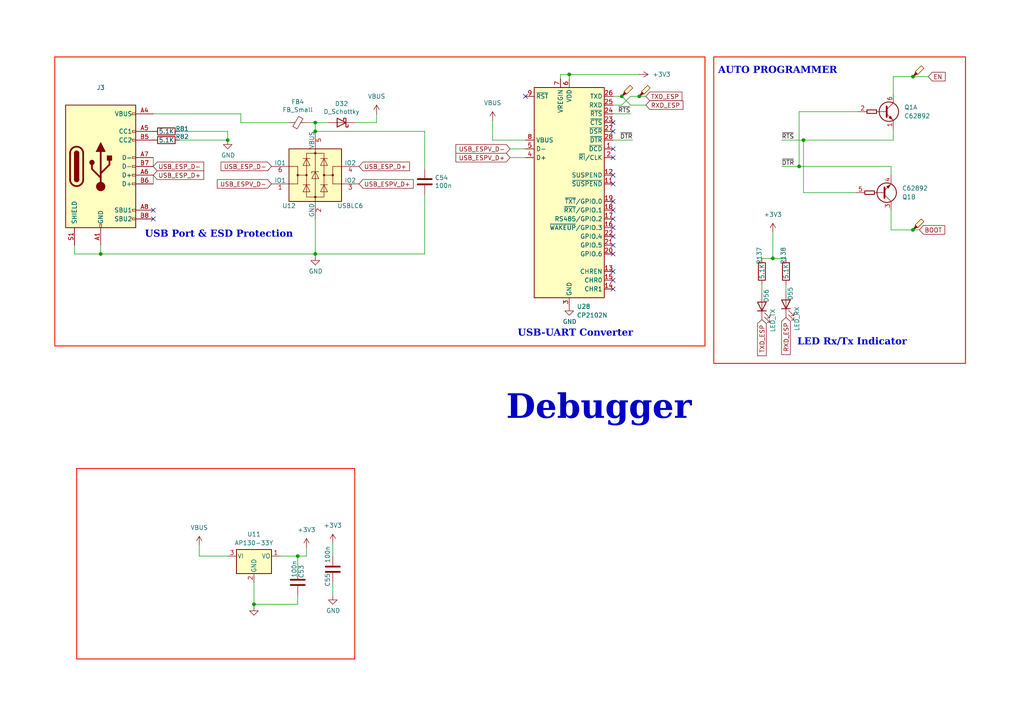
<source format=kicad_sch>
(kicad_sch (version 20231120) (generator "eeschema") (generator_version "8.0")
  (paper "A4")
  (lib_symbols
    (symbol "Connector:TestPoint_Probe" (pin_numbers hide) (pin_names (offset 0.762) hide)
      (property "Reference" "TP" (at 1.651 5.842 0))
      (property "Value" "TestPoint_Probe" (at 1.651 4.064 0))
      (symbol "TestPoint_Probe_0_1"
        (polyline (pts (xy 1.27 0.762) (xy 0 0) (xy 0.762 1.27) (xy 1.27 0.762)) (fill (type outline)))
        (polyline (pts (xy 1.397 0.635) (xy 0.635 1.397) (xy 2.413 3.175) (xy 3.175 2.413) (xy 1.397 0.635)) (fill (type background)))
      )
      (symbol "TestPoint_Probe_1_1"
        (pin passive line (at 0 0 90) (length 0) (name "1") (number "1"))
      )
    )
    (symbol "Connector:USB_C_Receptacle_USB2.0_16P" (pin_names (offset 1.016))
      (property "Reference" "J" (at 0 22.225 0))
      (property "Value" "USB_C_Receptacle_USB2.0_16P" (at 0 19.685 0))
      (symbol "USB_C_Receptacle_USB2.0_16P_0_0"
        (rectangle (start -0.254 -17.78) (end 0.254 -16.764))
        (rectangle (start 10.16 -14.986) (end 9.144 -15.494))
        (rectangle (start 10.16 -12.446) (end 9.144 -12.954))
        (rectangle (start 10.16 -4.826) (end 9.144 -5.334))
        (rectangle (start 10.16 -2.286) (end 9.144 -2.794))
        (rectangle (start 10.16 0.254) (end 9.144 -0.254))
        (rectangle (start 10.16 2.794) (end 9.144 2.286))
        (rectangle (start 10.16 7.874) (end 9.144 7.366))
        (rectangle (start 10.16 10.414) (end 9.144 9.906))
        (rectangle (start 10.16 15.494) (end 9.144 14.986))
      )
      (symbol "USB_C_Receptacle_USB2.0_16P_0_1"
        (rectangle (start -10.16 17.78) (end 10.16 -17.78) (stroke (width 0.254)) (fill (type background)))
        (arc (start -8.89 -3.81) (mid -6.985 -5.7067) (end -5.08 -3.81) (stroke (width 0.508)))
        (arc (start -7.62 -3.81) (mid -6.985 -4.4423) (end -6.35 -3.81) (stroke (width 0.254)))
        (arc (start -7.62 -3.81) (mid -6.985 -4.4423) (end -6.35 -3.81) (stroke (width 0.254)) (fill (type outline)))
        (rectangle (start -7.62 -3.81) (end -6.35 3.81) (stroke (width 0.254)) (fill (type outline)))
        (arc (start -6.35 3.81) (mid -6.985 4.4423) (end -7.62 3.81) (stroke (width 0.254)))
        (arc (start -6.35 3.81) (mid -6.985 4.4423) (end -7.62 3.81) (stroke (width 0.254)) (fill (type outline)))
        (arc (start -5.08 3.81) (mid -6.985 5.7067) (end -8.89 3.81) (stroke (width 0.508)))
        (circle (center -2.54 1.143) (radius 0.635) (stroke (width 0.254)) (fill (type outline)))
        (circle (center 0 -5.842) (radius 1.27) (fill (type outline)))
        (polyline (pts (xy -8.89 -3.81) (xy -8.89 3.81)) (stroke (width 0.508)))
        (polyline (pts (xy -5.08 3.81) (xy -5.08 -3.81)) (stroke (width 0.508)))
        (polyline (pts (xy 0 -5.842) (xy 0 4.318)) (stroke (width 0.508)))
        (polyline (pts (xy 0 -3.302) (xy -2.54 -0.762) (xy -2.54 0.508)) (stroke (width 0.508)))
        (polyline (pts (xy 0 -2.032) (xy 2.54 0.508) (xy 2.54 1.778)) (stroke (width 0.508)))
        (polyline (pts (xy -1.27 4.318) (xy 0 6.858) (xy 1.27 4.318) (xy -1.27 4.318)) (stroke (width 0.254)) (fill (type outline)))
        (rectangle (start 1.905 1.778) (end 3.175 3.048) (stroke (width 0.254)) (fill (type outline)))
      )
      (symbol "USB_C_Receptacle_USB2.0_16P_1_1"
        (pin passive line (at 0 -22.86 90) (length 5.08) (name "GND") (number "A1"))
        (pin passive line (at 0 -22.86 90) (length 5.08) hide (name "GND") (number "A12"))
        (pin passive line (at 15.24 15.24 180) (length 5.08) (name "VBUS") (number "A4"))
        (pin bidirectional line (at 15.24 10.16 180) (length 5.08) (name "CC1") (number "A5"))
        (pin bidirectional line (at 15.24 -2.54 180) (length 5.08) (name "D+") (number "A6"))
        (pin bidirectional line (at 15.24 2.54 180) (length 5.08) (name "D-") (number "A7"))
        (pin bidirectional line (at 15.24 -12.7 180) (length 5.08) (name "SBU1") (number "A8"))
        (pin passive line (at 15.24 15.24 180) (length 5.08) hide (name "VBUS") (number "A9"))
        (pin passive line (at 0 -22.86 90) (length 5.08) hide (name "GND") (number "B1"))
        (pin passive line (at 0 -22.86 90) (length 5.08) hide (name "GND") (number "B12"))
        (pin passive line (at 15.24 15.24 180) (length 5.08) hide (name "VBUS") (number "B4"))
        (pin bidirectional line (at 15.24 7.62 180) (length 5.08) (name "CC2") (number "B5"))
        (pin bidirectional line (at 15.24 -5.08 180) (length 5.08) (name "D+") (number "B6"))
        (pin bidirectional line (at 15.24 0 180) (length 5.08) (name "D-") (number "B7"))
        (pin bidirectional line (at 15.24 -15.24 180) (length 5.08) (name "SBU2") (number "B8"))
        (pin passive line (at 15.24 15.24 180) (length 5.08) hide (name "VBUS") (number "B9"))
        (pin passive line (at -7.62 -22.86 90) (length 5.08) (name "SHIELD") (number "S1"))
      )
    )
    (symbol "Device:C" (pin_numbers hide) (pin_names (offset 0.254))
      (property "Reference" "C" (at 0.635 2.54 0))
      (property "Value" "C" (at 0.635 -2.54 0))
      (symbol "C_0_1"
        (polyline (pts (xy -2.032 -0.762) (xy 2.032 -0.762)) (stroke (width 0.508)))
        (polyline (pts (xy -2.032 0.762) (xy 2.032 0.762)) (stroke (width 0.508)))
      )
      (symbol "C_1_1"
        (pin passive line (at 0 3.81 270) (length 2.794) (name "~") (number "1"))
        (pin passive line (at 0 -3.81 90) (length 2.794) (name "~") (number "2"))
      )
    )
    (symbol "Device:D_Schottky" (pin_numbers hide) (pin_names (offset 1.016) hide)
      (property "Reference" "D" (at 0 2.54 0))
      (property "Value" "D_Schottky" (at 0 -2.54 0))
      (symbol "D_Schottky_0_1"
        (polyline (pts (xy 1.27 0) (xy -1.27 0)))
        (polyline (pts (xy 1.27 1.27) (xy 1.27 -1.27) (xy -1.27 0) (xy 1.27 1.27)) (stroke (width 0.254)))
        (polyline (pts (xy -1.905 0.635) (xy -1.905 1.27) (xy -1.27 1.27) (xy -1.27 -1.27) (xy -0.635 -1.27) (xy -0.635 -0.635)) (stroke (width 0.254)))
      )
      (symbol "D_Schottky_1_1"
        (pin passive line (at -3.81 0 0) (length 2.54) (name "K") (number "1"))
        (pin passive line (at 3.81 0 180) (length 2.54) (name "A") (number "2"))
      )
    )
    (symbol "Device:LED" (pin_numbers hide) (pin_names (offset 1.016) hide)
      (property "Reference" "D" (at 0 2.54 0))
      (property "Value" "LED" (at 0 -2.54 0))
      (symbol "LED_0_1"
        (polyline (pts (xy -1.27 -1.27) (xy -1.27 1.27)) (stroke (width 0.254)))
        (polyline (pts (xy -1.27 0) (xy 1.27 0)))
        (polyline (pts (xy 1.27 -1.27) (xy 1.27 1.27) (xy -1.27 0) (xy 1.27 -1.27)) (stroke (width 0.254)))
        (polyline (pts (xy -3.048 -0.762) (xy -4.572 -2.286) (xy -3.81 -2.286) (xy -4.572 -2.286) (xy -4.572 -1.524)))
        (polyline (pts (xy -1.778 -0.762) (xy -3.302 -2.286) (xy -2.54 -2.286) (xy -3.302 -2.286) (xy -3.302 -1.524)))
      )
      (symbol "LED_1_1"
        (pin passive line (at -3.81 0 0) (length 2.54) (name "K") (number "1"))
        (pin passive line (at 3.81 0 180) (length 2.54) (name "A") (number "2"))
      )
    )
    (symbol "Device:R" (pin_numbers hide) (pin_names (offset 0))
      (property "Reference" "R" (at 2.032 0 90))
      (property "Value" "R" (at 0 0 90))
      (symbol "R_0_1"
        (rectangle (start -1.016 -2.54) (end 1.016 2.54) (stroke (width 0.254)))
      )
      (symbol "R_1_1"
        (pin passive line (at 0 3.81 270) (length 1.27) (name "~") (number "1"))
        (pin passive line (at 0 -3.81 90) (length 1.27) (name "~") (number "2"))
      )
    )
    (symbol "HadesMicro-rescue:Ferrite_Bead_Small-Device" (pin_numbers hide) (pin_names (offset 0))
      (property "Reference" "FB" (at 1.905 1.27 0))
      (property "Value" "Device_Ferrite_Bead_Small" (at 1.905 -1.27 0))
      (symbol "Ferrite_Bead_Small-Device_0_1"
        (polyline (pts (xy 0 -1.27) (xy 0 -0.7874)))
        (polyline (pts (xy 0 0.889) (xy 0 1.2954)))
        (polyline (pts (xy -1.8288 0.2794) (xy -1.1176 1.4986) (xy 1.8288 -0.2032) (xy 1.1176 -1.4224) (xy -1.8288 0.2794)))
      )
      (symbol "Ferrite_Bead_Small-Device_1_1"
        (pin passive line (at 0 2.54 270) (length 1.27) (name "~") (number "1"))
        (pin passive line (at 0 -2.54 90) (length 1.27) (name "~") (number "2"))
      )
    )
    (symbol "HadesMicro-rescue:GND-power" (power) (pin_names (offset 0))
      (property "Value" "power_GND" (at 0 -3.81 0))
      (symbol "GND-power_0_1"
        (polyline (pts (xy 0 0) (xy 0 -1.27) (xy 1.27 -1.27) (xy 0 -2.54) (xy -1.27 -1.27) (xy 0 -1.27)))
      )
      (symbol "GND-power_1_1"
        (pin power_in line (at 0 0 270) (length 0) hide (name "GND") (number "1"))
      )
    )
    (symbol "HadesMicro-rescue:USBLC6-2SC6-Power_Protection" (pin_names (offset 0))
      (property "Reference" "U" (at 5.08 8.89 0))
      (property "Value" "Power_Protection_USBLC6-2SC6" (at 10.16 -10.16 0))
      (symbol "USBLC6-2SC6-Power_Protection_0_1"
        (rectangle (start -7.62 -7.62) (end 7.62 7.62) (stroke (width 0.254)) (fill (type background)))
        (circle (center -5.08 0) (radius 0.254) (fill (type outline)))
        (circle (center -2.54 0) (radius 0.254) (fill (type outline)))
        (rectangle (start -2.54 6.35) (end 2.54 -6.35))
        (circle (center 0 -6.35) (radius 0.254) (fill (type outline)))
        (polyline (pts (xy -5.08 -2.54) (xy -7.62 -2.54)))
        (polyline (pts (xy -5.08 0) (xy -5.08 -2.54)))
        (polyline (pts (xy -5.08 2.54) (xy -7.62 2.54)))
        (polyline (pts (xy -1.524 -2.794) (xy -3.556 -2.794)))
        (polyline (pts (xy -1.524 4.826) (xy -3.556 4.826)))
        (polyline (pts (xy 0 -7.62) (xy 0 -6.35)))
        (polyline (pts (xy 0 -6.35) (xy 0 1.27)))
        (polyline (pts (xy 0 1.27) (xy 0 6.35)))
        (polyline (pts (xy 0 6.35) (xy 0 7.62)))
        (polyline (pts (xy 1.524 -2.794) (xy 3.556 -2.794)))
        (polyline (pts (xy 1.524 4.826) (xy 3.556 4.826)))
        (polyline (pts (xy 5.08 -2.54) (xy 7.62 -2.54)))
        (polyline (pts (xy 5.08 0) (xy 5.08 -2.54)))
        (polyline (pts (xy 5.08 2.54) (xy 7.62 2.54)))
        (polyline (pts (xy -2.54 0) (xy -5.08 0) (xy -5.08 2.54)))
        (polyline (pts (xy 2.54 0) (xy 5.08 0) (xy 5.08 2.54)))
        (polyline (pts (xy -3.556 -4.826) (xy -1.524 -4.826) (xy -2.54 -2.794) (xy -3.556 -4.826)))
        (polyline (pts (xy -3.556 2.794) (xy -1.524 2.794) (xy -2.54 4.826) (xy -3.556 2.794)))
        (polyline (pts (xy -1.016 -1.016) (xy 1.016 -1.016) (xy 0 1.016) (xy -1.016 -1.016)))
        (polyline (pts (xy 1.016 1.016) (xy 0.762 1.016) (xy -1.016 1.016) (xy -1.016 0.508)))
        (polyline (pts (xy 3.556 -4.826) (xy 1.524 -4.826) (xy 2.54 -2.794) (xy 3.556 -4.826)))
        (polyline (pts (xy 3.556 2.794) (xy 1.524 2.794) (xy 2.54 4.826) (xy 3.556 2.794)))
        (circle (center 0 6.35) (radius 0.254) (fill (type outline)))
        (circle (center 2.54 0) (radius 0.254) (fill (type outline)))
        (circle (center 5.08 0) (radius 0.254) (fill (type outline)))
      )
      (symbol "USBLC6-2SC6-Power_Protection_1_1"
        (pin passive line (at -12.7 -2.54 0) (length 5.08) (name "IO1") (number "1"))
        (pin passive line (at 0 -12.7 90) (length 5.08) (name "GND") (number "2"))
        (pin passive line (at 12.7 -2.54 180) (length 5.08) (name "IO2") (number "3"))
        (pin passive line (at 12.7 2.54 180) (length 5.08) (name "IO2") (number "4"))
        (pin passive line (at 0 12.7 270) (length 5.08) (name "VBUS") (number "5"))
        (pin passive line (at -12.7 2.54 0) (length 5.08) (name "IO1") (number "6"))
      )
    )
    (symbol "Interface_USB:CP2102N-Axx-xQFN28"
      (property "Reference" "U" (at -8.89 31.75 0))
      (property "Value" "CP2102N-Axx-xQFN28" (at 12.7 31.75 0))
      (symbol "CP2102N-Axx-xQFN28_0_1"
        (rectangle (start -10.16 30.48) (end 10.16 -30.48) (stroke (width 0.254)) (fill (type background)))
      )
      (symbol "CP2102N-Axx-xQFN28_1_1"
        (pin input line (at 12.7 12.7 180) (length 2.54) (name "~{DCD}") (number "1"))
        (pin no_connect line (at -10.16 -27.94 0) (length 2.54) hide (name "NC") (number "10"))
        (pin output line (at 12.7 2.54 180) (length 2.54) (name "~{SUSPEND}") (number "11"))
        (pin output line (at 12.7 5.08 180) (length 2.54) (name "SUSPEND") (number "12"))
        (pin output line (at 12.7 -22.86 180) (length 2.54) (name "CHREN") (number "13"))
        (pin output line (at 12.7 -27.94 180) (length 2.54) (name "CHR1") (number "14"))
        (pin output line (at 12.7 -25.4 180) (length 2.54) (name "CHR0") (number "15"))
        (pin bidirectional line (at 12.7 -10.16 180) (length 2.54) (name "~{WAKEUP}/GPIO.3") (number "16"))
        (pin bidirectional line (at 12.7 -7.62 180) (length 2.54) (name "RS485/GPIO.2") (number "17"))
        (pin bidirectional line (at 12.7 -5.08 180) (length 2.54) (name "~{RXT}/GPIO.1") (number "18"))
        (pin bidirectional line (at 12.7 -2.54 180) (length 2.54) (name "~{TXT}/GPIO.0") (number "19"))
        (pin bidirectional line (at 12.7 10.16 180) (length 2.54) (name "~{RI}/CLK") (number "2"))
        (pin bidirectional line (at 12.7 -17.78 180) (length 2.54) (name "GPIO.6") (number "20"))
        (pin bidirectional line (at 12.7 -15.24 180) (length 2.54) (name "GPIO.5") (number "21"))
        (pin bidirectional line (at 12.7 -12.7 180) (length 2.54) (name "GPIO.4") (number "22"))
        (pin input line (at 12.7 20.32 180) (length 2.54) (name "~{CTS}") (number "23"))
        (pin output line (at 12.7 22.86 180) (length 2.54) (name "~{RTS}") (number "24"))
        (pin input line (at 12.7 25.4 180) (length 2.54) (name "RXD") (number "25"))
        (pin output line (at 12.7 27.94 180) (length 2.54) (name "TXD") (number "26"))
        (pin input line (at 12.7 17.78 180) (length 2.54) (name "~{DSR}") (number "27"))
        (pin output line (at 12.7 15.24 180) (length 2.54) (name "~{DTR}") (number "28"))
        (pin passive line (at 0 -33.02 90) (length 2.54) hide (name "GND") (number "29"))
        (pin power_in line (at 0 -33.02 90) (length 2.54) (name "GND") (number "3"))
        (pin bidirectional line (at -12.7 10.16 0) (length 2.54) (name "D+") (number "4"))
        (pin bidirectional line (at -12.7 12.7 0) (length 2.54) (name "D-") (number "5"))
        (pin power_in line (at 0 33.02 270) (length 2.54) (name "VDD") (number "6"))
        (pin power_in line (at -2.54 33.02 270) (length 2.54) (name "VREGIN") (number "7"))
        (pin input line (at -12.7 15.24 0) (length 2.54) (name "VBUS") (number "8"))
        (pin input line (at -12.7 27.94 0) (length 2.54) (name "~{RST}") (number "9"))
      )
    )
    (symbol "Regulator_Linear:AP130-33Y" (pin_names (offset 0.254))
      (property "Reference" "U" (at -3.81 3.175 0))
      (property "Value" "AP130-33Y" (at 0 3.175 0))
      (symbol "AP130-33Y_0_1"
        (rectangle (start -5.08 1.905) (end 5.08 -5.08) (stroke (width 0.254)) (fill (type background)))
      )
      (symbol "AP130-33Y_1_1"
        (pin power_out line (at 7.62 0 180) (length 2.54) (name "VO") (number "1"))
        (pin power_in line (at 0 -7.62 90) (length 2.54) (name "GND") (number "2"))
        (pin power_in line (at -7.62 0 0) (length 2.54) (name "VI") (number "3"))
      )
    )
    (symbol "Transistor_BJT:UMH3N" (pin_names hide)
      (property "Reference" "Q" (at 7.62 1.27 0))
      (property "Value" "UMH3N" (at 7.62 -1.27 0))
      (symbol "UMH3N_0_1"
        (polyline (pts (xy 3.175 0) (xy 0.254 0)))
        (polyline (pts (xy 3.175 0.635) (xy 5.08 2.54)))
        (polyline (pts (xy 3.175 1.524) (xy 3.175 -1.524)) (stroke (width 0.508)))
        (polyline (pts (xy 3.175 -0.635) (xy 5.08 -2.54) (xy 5.08 -2.54)))
        (polyline (pts (xy 3.81 -1.778) (xy 4.318 -1.27) (xy 4.826 -2.286) (xy 3.81 -1.778) (xy 3.81 -1.778)) (fill (type outline)))
        (rectangle (start 0.254 0.508) (end -2.54 -0.508) (stroke (width 0.254)))
        (circle (center 3.81 0) (radius 2.8194) (stroke (width 0.254)))
      )
      (symbol "UMH3N_1_1"
        (pin passive line (at 5.08 -5.08 90) (length 2.54) (name "E1") (number "1"))
        (pin input line (at -5.08 0 0) (length 2.54) (name "B1") (number "2"))
        (pin passive line (at 5.08 5.08 270) (length 2.54) (name "C1") (number "6"))
      )
      (symbol "UMH3N_2_1"
        (pin passive line (at 5.08 5.08 270) (length 2.54) (name "C2") (number "3"))
        (pin passive line (at 5.08 -5.08 90) (length 2.54) (name "E2") (number "4"))
        (pin input line (at -5.08 0 0) (length 2.54) (name "B2") (number "5"))
      )
    )
    (symbol "power:+3V3" (power) (pin_numbers hide) (pin_names (offset 0) hide)
      (property "Value" "+3V3" (at 0 3.556 0))
      (symbol "+3V3_0_1"
        (polyline (pts (xy -0.762 1.27) (xy 0 2.54)))
        (polyline (pts (xy 0 0) (xy 0 2.54)))
        (polyline (pts (xy 0 2.54) (xy 0.762 1.27)))
      )
      (symbol "+3V3_1_1"
        (pin power_in line (at 0 0 90) (length 0) (name "~") (number "1"))
      )
    )
    (symbol "power:VBUS" (power) (pin_numbers hide) (pin_names (offset 0) hide)
      (property "Value" "VBUS" (at 0 3.556 0))
      (symbol "VBUS_0_1"
        (polyline (pts (xy -0.762 1.27) (xy 0 2.54)))
        (polyline (pts (xy 0 0) (xy 0 2.54)))
        (polyline (pts (xy 0 2.54) (xy 0.762 1.27)))
      )
      (symbol "VBUS_1_1"
        (pin power_in line (at 0 0 90) (length 0) (name "~") (number "1"))
      )
    )
  )
  (junction (at 91.44 35.56))
  (junction (at 224.155 74.93))
  (junction (at 264.795 22.225))
  (junction (at 29.21 73.66))
  (junction (at 264.795 66.675))
  (junction (at 86.36 161.29))
  (junction (at 165.1 21.59))
  (junction (at 73.66 175.26))
  (junction (at 91.44 73.66))
  (junction (at 66.04 40.64))
  (junction (at 231.775 48.26))
  (junction (at 185.42 27.94))
  (junction (at 91.44 38.1))
  (junction (at 233.045 40.64))
  (junction (at 180.34 27.94))
  (no_connect (at 177.8 58.42))
  (no_connect (at 177.8 73.66))
  (no_connect (at 177.8 66.04))
  (no_connect (at 177.8 71.12))
  (no_connect (at 177.8 78.74))
  (no_connect (at 177.8 45.72))
  (no_connect (at 177.8 83.82))
  (no_connect (at 177.8 43.18))
  (no_connect (at 177.8 60.96))
  (no_connect (at 44.45 63.5))
  (no_connect (at 152.4 27.94))
  (no_connect (at 44.45 60.96))
  (no_connect (at 177.8 81.28))
  (no_connect (at 177.8 38.1))
  (no_connect (at 177.8 63.5))
  (no_connect (at 177.8 35.56))
  (no_connect (at 177.8 68.58))
  (no_connect (at 177.8 50.8))
  (no_connect (at 177.8 53.34))
  (wire (pts (xy 142.875 40.64) (xy 152.4 40.64)))
  (wire (pts (xy 86.36 161.29) (xy 86.36 165.1)))
  (wire (pts (xy 231.775 32.385) (xy 231.775 48.26)))
  (wire (pts (xy 177.8 30.48) (xy 180.34 30.48)))
  (wire (pts (xy 226.695 40.64) (xy 233.045 40.64)))
  (wire (pts (xy 52.07 40.64) (xy 66.04 40.64)))
  (wire (pts (xy 69.85 35.56) (xy 83.82 35.56)))
  (wire (pts (xy 233.045 55.88) (xy 233.045 40.64)))
  (wire (pts (xy 227.965 74.93) (xy 224.155 74.93)))
  (wire (pts (xy 109.22 33.02) (xy 109.22 35.56)))
  (wire (pts (xy 88.9 161.29) (xy 86.36 161.29)))
  (wire (pts (xy 91.44 74.295) (xy 91.44 73.66)))
  (wire (pts (xy 165.1 22.86) (xy 165.1 21.59)))
  (wire (pts (xy 182.88 33.02) (xy 177.8 33.02)))
  (wire (pts (xy 86.36 172.72) (xy 86.36 175.26)))
  (wire (pts (xy 226.695 48.26) (xy 231.775 48.26)))
  (wire (pts (xy 182.88 27.94) (xy 185.42 27.94)))
  (wire (pts (xy 88.9 35.56) (xy 91.44 35.56)))
  (wire (pts (xy 29.21 71.12) (xy 29.21 73.66)))
  (wire (pts (xy 259.08 40.64) (xy 233.045 40.64)))
  (wire (pts (xy 180.34 27.94) (xy 182.88 30.48)))
  (wire (pts (xy 259.08 37.465) (xy 259.08 40.64)))
  (wire (pts (xy 147.955 43.18) (xy 152.4 43.18)))
  (wire (pts (xy 52.07 38.1) (xy 66.04 38.1)))
  (wire (pts (xy 264.795 22.225) (xy 259.08 22.225)))
  (wire (pts (xy 69.85 33.02) (xy 69.85 35.56)))
  (wire (pts (xy 147.955 45.72) (xy 152.4 45.72)))
  (wire (pts (xy 66.04 38.1) (xy 66.04 40.64)))
  (wire (pts (xy 86.36 175.26) (xy 73.66 175.26)))
  (wire (pts (xy 142.875 34.925) (xy 142.875 40.64)))
  (wire (pts (xy 44.45 33.02) (xy 69.85 33.02)))
  (wire (pts (xy 95.25 35.56) (xy 91.44 35.56)))
  (wire (pts (xy 183.515 40.64) (xy 177.8 40.64)))
  (wire (pts (xy 258.445 50.8) (xy 258.445 48.26)))
  (wire (pts (xy 21.59 73.66) (xy 29.21 73.66)))
  (wire (pts (xy 162.56 21.59) (xy 165.1 21.59)))
  (wire (pts (xy 264.795 66.675) (xy 266.7 66.675)))
  (wire (pts (xy 123.19 56.515) (xy 123.19 73.66)))
  (wire (pts (xy 91.44 63.5) (xy 91.44 73.66)))
  (wire (pts (xy 177.8 27.94) (xy 180.34 27.94)))
  (wire (pts (xy 21.59 71.12) (xy 21.59 73.66)))
  (wire (pts (xy 185.42 27.94) (xy 187.325 27.94)))
  (wire (pts (xy 123.19 38.1) (xy 123.19 48.895)))
  (wire (pts (xy 224.155 67.31) (xy 224.155 74.93)))
  (wire (pts (xy 44.45 45.72) (xy 44.45 48.26)))
  (wire (pts (xy 258.445 60.96) (xy 258.445 66.675)))
  (wire (pts (xy 91.44 73.66) (xy 123.19 73.66)))
  (wire (pts (xy 258.445 66.675) (xy 264.795 66.675)))
  (wire (pts (xy 259.08 22.225) (xy 259.08 27.305)))
  (wire (pts (xy 96.52 161.29) (xy 96.52 157.48)))
  (wire (pts (xy 29.21 73.66) (xy 91.44 73.66)))
  (wire (pts (xy 73.66 168.91) (xy 73.66 175.26)))
  (wire (pts (xy 91.44 35.56) (xy 91.44 38.1)))
  (wire (pts (xy 220.98 82.55) (xy 220.98 85.09)))
  (wire (pts (xy 182.88 30.48) (xy 187.325 30.48)))
  (wire (pts (xy 162.56 22.86) (xy 162.56 21.59)))
  (wire (pts (xy 258.445 48.26) (xy 231.775 48.26)))
  (wire (pts (xy 88.9 158.75) (xy 88.9 161.29)))
  (wire (pts (xy 57.785 158.115) (xy 57.785 161.29)))
  (wire (pts (xy 44.45 50.8) (xy 44.45 53.34)))
  (wire (pts (xy 269.24 22.225) (xy 264.795 22.225)))
  (wire (pts (xy 165.1 21.59) (xy 185.42 21.59)))
  (wire (pts (xy 73.66 175.895) (xy 73.66 175.26)))
  (wire (pts (xy 180.34 30.48) (xy 182.88 27.94)))
  (wire (pts (xy 227.965 82.55) (xy 227.965 84.455)))
  (wire (pts (xy 86.36 161.29) (xy 81.28 161.29)))
  (wire (pts (xy 220.98 74.93) (xy 224.155 74.93)))
  (wire (pts (xy 233.045 55.88) (xy 248.285 55.88)))
  (wire (pts (xy 96.52 168.91) (xy 96.52 172.72)))
  (wire (pts (xy 109.22 35.56) (xy 102.87 35.56)))
  (wire (pts (xy 123.19 38.1) (xy 91.44 38.1)))
  (wire (pts (xy 231.775 32.385) (xy 248.92 32.385)))
  (wire (pts (xy 57.785 161.29) (xy 66.04 161.29)))
  (rectangle (start 22.225 135.89) (end 102.87 191.135) (stroke (width 0.3) (color 255 34 15 1)))
  (rectangle (start 15.875 16.51) (end 204.47 100.33) (stroke (width 0.3) (color 255 34 15 1)))
  (rectangle (start 207.01 16.51) (end 280.035 105.41) (stroke (width 0.3) (color 255 34 15 1)))
  (text "AUTO PROGRAMMER" (at 225.552 21.082 0) (effects (font (size 2 2) (thickness 0.4) (bold yes))))
  (text "USB Port & ESD Protection" (at 63.5 68.58 0) (effects (font (size 2 2) (thickness 0.4) (bold yes))))
  (text "USB-UART Converter" (at 166.878 97.282 0) (effects (font (size 2 2) (thickness 0.4) (bold yes))))
  (text "LED Rx/Tx Indicator" (at 247.142 99.822 0) (effects (font (size 2 2) (thickness 0.4) (bold yes))))
  (text "Debugger" (at 146.812 124.46 0) (effects (font (size 7 7) (thickness 0.3) (bold yes)) (justify left bottom)))
  (label "~{DTR}" (at 226.695 48.26 0))
  (label "~{RTS}" (at 226.695 40.64 0))
  (label "~{DTR}" (at 183.515 40.64 180))
  (label "~{RTS}" (at 182.88 33.02 180))
  (global_label "USB_ESP_D+" (shape input) (at 44.45 50.8 0) (property "Intersheetrefs" "${INTERSHEET_REFS}" (effects (hide yes))))
  (global_label "USB_ESPV_D-" (shape input) (at 78.74 53.34 180) (property "Intersheetrefs" "${INTERSHEET_REFS}" (effects (hide yes))))
  (global_label "USB_ESP_D+" (shape input) (at 104.14 48.26 0) (property "Intersheetrefs" "${INTERSHEET_REFS}" (effects (hide yes))))
  (global_label "USB_ESPV_D+" (shape input) (at 104.14 53.34 0) (property "Intersheetrefs" "${INTERSHEET_REFS}" (effects (hide yes))))
  (global_label "USB_ESPV_D-" (shape input) (at 147.955 43.18 180) (property "Intersheetrefs" "${INTERSHEET_REFS}" (effects (hide yes))))
  (global_label "RXD_ESP" (shape input) (at 227.965 92.075 270) (property "Intersheetrefs" "${INTERSHEET_REFS}" (effects (hide yes))))
  (global_label "TXD_ESP" (shape input) (at 220.98 92.71 270) (property "Intersheetrefs" "${INTERSHEET_REFS}" (effects (hide yes))))
  (global_label "RXD_ESP" (shape input) (at 187.325 30.48 0) (property "Intersheetrefs" "${INTERSHEET_REFS}" (effects (hide yes))))
  (global_label "USB_ESP_D-" (shape input) (at 44.45 48.26 0) (property "Intersheetrefs" "${INTERSHEET_REFS}" (effects (hide yes))))
  (global_label "BOOT" (shape input) (at 266.7 66.675 0) (property "Intersheetrefs" "${INTERSHEET_REFS}" (effects (hide yes))))
  (global_label "USB_ESP_D-" (shape input) (at 78.74 48.26 180) (property "Intersheetrefs" "${INTERSHEET_REFS}" (effects (hide yes))))
  (global_label "TXD_ESP" (shape input) (at 187.325 27.94 0) (property "Intersheetrefs" "${INTERSHEET_REFS}" (effects (hide yes))))
  (global_label "EN" (shape input) (at 269.24 22.225 0) (property "Intersheetrefs" "${INTERSHEET_REFS}" (effects (hide yes))))
  (global_label "USB_ESPV_D+" (shape input) (at 147.955 45.72 180) (property "Intersheetrefs" "${INTERSHEET_REFS}" (effects (hide yes))))
  (symbol (lib_id "Device:R") (at 220.98 78.74 0) (unit 1)
    (property "Reference" "R137" (at 220.218 74.168 90))
    (property "Value" "5.1K" (at 220.98 78.74 90))
    (property "Footprint" "Resistor_SMD:R_0603_1608Metric" (effects (hide yes)))
  )
  (symbol (lib_id "power:+3V3") (at 96.52 157.48 0) (unit 1)
    (property "Reference" "#PWR072" (effects (hide yes)))
    (property "Value" "+3V3" (at 96.52 152.4 0))
    (property "Description" "Power symbol creates a global label with name \"+3V3\"" (effects (hide yes)))
  )
  (symbol (lib_id "HadesMicro-rescue:GND-power") (at 165.1 88.9 0) (unit 1)
    (property "Reference" "#PWR0143" (effects (hide yes)))
    (property "Value" "GND" (at 165.227 93.2942 0))
  )
  (symbol (lib_id "power:VBUS") (at 57.785 158.115 0) (unit 1)
    (property "Reference" "#PWR010" (effects (hide yes)))
    (property "Value" "VBUS" (at 57.785 153.035 0))
    (property "Description" "Power symbol creates a global label with name \"VBUS\"" (effects (hide yes)))
  )
  (symbol (lib_id "Device:C") (at 123.19 52.705 0) (unit 1)
    (property "Reference" "C54" (at 126.111 51.5366 0) (effects (justify left)))
    (property "Value" "100n" (at 126.111 53.848 0) (effects (justify left)))
    (property "Footprint" "Capacitor_SMD:C_0603_1608Metric" (effects (hide yes)))
  )
  (symbol (lib_id "Device:LED") (at 220.98 88.9 90) (unit 1)
    (property "Reference" "D56" (at 222.25 83.82 0) (effects (justify right)))
    (property "Value" "LED_TX" (at 224.155 89.535 0) (effects (justify right)))
    (property "Footprint" "LED_SMD:LED_0603_1608Metric" (effects (hide yes)))
    (property "Description" "Light emitting diode" (effects (hide yes)))
  )
  (symbol (lib_id "HadesMicro-rescue:USBLC6-2SC6-Power_Protection") (at 91.44 50.8 0) (unit 1)
    (property "Reference" "U12" (at 83.82 59.69 0))
    (property "Value" "USBLC6" (at 101.6 59.69 0))
    (property "Footprint" "Package_TO_SOT_SMD:SOT-23-6" (effects (hide yes)))
    (property "Datasheet" "http://www2.st.com/resource/en/datasheet/CD00050750.pdf" (effects (hide yes)))
  )
  (symbol (lib_id "Transistor_BJT:UMH3N") (at 254 32.385 0) (unit 1)
    (property "Reference" "Q1" (at 262.255 31.1149 0) (effects (justify left)))
    (property "Value" "C62892" (at 262.255 33.6549 0) (effects (justify left)))
    (property "Footprint" "Package_TO_SOT_SMD:SOT-363_SC-70-6" (effects (hide yes)))
    (property "Datasheet" "http://rohmfs.rohm.com/en/products/databook/datasheet/discrete/transistor/digital/emh3t2r-e.pdf" (effects (hide yes)))
    (property "Description" "0.1A Ic, 50V Vce, Dual NPN Input Resistor Transistors, SOT-363" (effects (hide yes)))
    (property "Untitled Field" "C62892" (effects (hide yes)))
  )
  (symbol (lib_id "Connector:USB_C_Receptacle_USB2.0_16P") (at 29.21 48.26 0) (unit 1)
    (property "Reference" "J3" (at 29.21 25.4 0))
    (property "Value" "USB_C_Receptacle_USB2.0_16P" (effects (hide yes)))
    (property "Footprint" "Connector_USB:USB_C_Receptacle_G-Switch_GT-USB-7010ASV" (effects (hide yes)))
    (property "Datasheet" "https://www.usb.org/sites/default/files/documents/usb_type-c.zip" (effects (hide yes)))
    (property "Description" "USB 2.0-only 16P Type-C Receptacle connector" (effects (hide yes)))
    (property "Untitled Field" "C7506797" (effects (hide yes)))
  )
  (symbol (lib_id "Transistor_BJT:UMH3N") (at 253.365 55.88 0) (mirror x) (unit 2)
    (property "Reference" "Q1" (at 261.62 57.1501 0) (effects (justify left)))
    (property "Value" "C62892" (at 261.62 54.6101 0) (effects (justify left)))
    (property "Footprint" "Package_TO_SOT_SMD:SOT-363_SC-70-6" (effects (hide yes)))
    (property "Datasheet" "http://rohmfs.rohm.com/en/products/databook/datasheet/discrete/transistor/digital/emh3t2r-e.pdf" (effects (hide yes)))
    (property "Description" "0.1A Ic, 50V Vce, Dual NPN Input Resistor Transistors, SOT-363" (effects (hide yes)))
    (property "Untitled Field" "C62892" (effects (hide yes)))
  )
  (symbol (lib_id "Device:R") (at 48.26 40.64 270) (unit 1)
    (property "Reference" "R82" (at 52.832 39.624 90))
    (property "Value" "5.1K" (at 48.26 40.64 90))
    (property "Footprint" "Resistor_SMD:R_0603_1608Metric" (effects (hide yes)))
  )
  (symbol (lib_id "power:VBUS") (at 109.22 33.02 0) (unit 1)
    (property "Reference" "#PWR070" (effects (hide yes)))
    (property "Value" "VBUS" (at 109.22 27.94 0))
    (property "Description" "Power symbol creates a global label with name \"VBUS\"" (effects (hide yes)))
  )
  (symbol (lib_id "HadesMicro-rescue:GND-power") (at 96.52 172.72 0) (unit 1)
    (property "Reference" "#PWR073" (effects (hide yes)))
    (property "Value" "GND" (at 96.647 177.1142 0))
  )
  (symbol (lib_id "HadesMicro-rescue:GND-power") (at 91.44 74.295 0) (unit 1)
    (property "Reference" "#PWR0152" (effects (hide yes)))
    (property "Value" "GND" (at 91.567 78.6892 0))
  )
  (symbol (lib_id "Device:C") (at 96.52 165.1 0) (unit 1)
    (property "Reference" "C55" (at 94.996 170.18 90) (effects (justify left)))
    (property "Value" "100n" (at 94.996 163.322 90) (effects (justify left)))
    (property "Footprint" "Capacitor_SMD:C_0603_1608Metric" (effects (hide yes)))
  )
  (symbol (lib_id "Connector:TestPoint_Probe") (at 185.42 27.94 0) (unit 1)
    (property "Reference" "TP3" (effects (hide yes)))
    (property "Value" "TestPoint_Probe" (effects (hide yes)))
    (property "Footprint" "TestPoint:TestPoint_Pad_D1.0mm" (effects (hide yes)))
    (property "Description" "test point (alternative probe-style design)" (effects (hide yes)))
  )
  (symbol (lib_id "power:+3V3") (at 88.9 158.75 0) (unit 1)
    (property "Reference" "#PWR0122" (effects (hide yes)))
    (property "Value" "+3V3" (at 88.9 153.67 0))
    (property "Description" "Power symbol creates a global label with name \"+3V3\"" (effects (hide yes)))
  )
  (symbol (lib_id "power:VBUS") (at 142.875 34.925 0) (unit 1)
    (property "Reference" "#PWR0144" (effects (hide yes)))
    (property "Value" "VBUS" (at 142.875 29.845 0))
    (property "Description" "Power symbol creates a global label with name \"VBUS\"" (effects (hide yes)))
  )
  (symbol (lib_id "Connector:TestPoint_Probe") (at 180.34 27.94 0) (unit 1)
    (property "Reference" "TP4" (effects (hide yes)))
    (property "Value" "TestPoint_Probe" (effects (hide yes)))
    (property "Footprint" "TestPoint:TestPoint_Pad_D1.0mm" (effects (hide yes)))
    (property "Description" "test point (alternative probe-style design)" (effects (hide yes)))
  )
  (symbol (lib_id "Regulator_Linear:AP130-33Y") (at 73.66 161.29 0) (unit 1)
    (property "Reference" "U11" (at 73.66 154.94 0))
    (property "Value" "AP130-33Y" (at 73.66 157.48 0))
    (property "Footprint" "Package_TO_SOT_SMD:SOT-89-3" (effects (hide yes)))
    (property "Datasheet" "https://www.diodes.com/assets/Datasheets/AP130.pdf" (effects (hide yes)))
  )
  (symbol (lib_id "HadesMicro-rescue:Ferrite_Bead_Small-Device") (at 86.36 35.56 270) (unit 1)
    (property "Reference" "FB4" (at 86.36 29.5402 90))
    (property "Value" "FB_Small" (at 86.36 31.8516 90))
    (property "Footprint" "Inductor_SMD:L_0603_1608Metric" (effects (hide yes)))
  )
  (symbol (lib_id "Device:R") (at 48.26 38.1 270) (unit 1)
    (property "Reference" "R81" (at 52.832 37.338 90))
    (property "Value" "5.1K" (at 48.26 38.1 90))
    (property "Footprint" "Resistor_SMD:R_0603_1608Metric" (effects (hide yes)))
  )
  (symbol (lib_id "power:+3V3") (at 185.42 21.59 270) (unit 1)
    (property "Reference" "#PWR034" (effects (hide yes)))
    (property "Value" "+3V3" (at 189.23 21.5899 90) (effects (justify left)))
    (property "Description" "Power symbol creates a global label with name \"+3V3\"" (effects (hide yes)))
  )
  (symbol (lib_id "Device:R") (at 227.965 78.74 0) (unit 1)
    (property "Reference" "R138" (at 227.203 74.168 90))
    (property "Value" "5.1K" (at 227.965 78.74 90))
    (property "Footprint" "Resistor_SMD:R_0603_1608Metric" (effects (hide yes)))
  )
  (symbol (lib_id "Connector:TestPoint_Probe") (at 264.795 66.675 0) (unit 1)
    (property "Reference" "TP1" (effects (hide yes)))
    (property "Value" "TestPoint_Probe" (effects (hide yes)))
    (property "Footprint" "TestPoint:TestPoint_Pad_D1.0mm" (effects (hide yes)))
    (property "Description" "test point (alternative probe-style design)" (effects (hide yes)))
  )
  (symbol (lib_id "HadesMicro-rescue:GND-power") (at 66.04 40.64 0) (unit 1)
    (property "Reference" "#PWR071" (effects (hide yes)))
    (property "Value" "GND" (at 66.167 45.0342 0))
  )
  (symbol (lib_id "Device:D_Schottky") (at 99.06 35.56 180) (unit 1)
    (property "Reference" "D32" (at 99.06 30.0736 0))
    (property "Value" "D_Schottky" (at 99.06 32.385 0))
    (property "Footprint" "Diode_SMD:D_SOD-323" (effects (hide yes)))
  )
  (symbol (lib_id "Device:LED") (at 227.965 88.265 90) (unit 1)
    (property "Reference" "D55" (at 229.235 83.185 0) (effects (justify right)))
    (property "Value" "LED_RX" (at 231.14 88.9 0) (effects (justify right)))
    (property "Footprint" "LED_SMD:LED_0603_1608Metric" (effects (hide yes)))
    (property "Description" "Light emitting diode" (effects (hide yes)))
  )
  (symbol (lib_id "Interface_USB:CP2102N-Axx-xQFN28") (at 165.1 55.88 0) (unit 1)
    (property "Reference" "U28" (at 167.2941 88.9 0) (effects (justify left)))
    (property "Value" "CP2102N" (at 167.2941 91.44 0) (effects (justify left)))
    (property "Footprint" "Package_DFN_QFN:QFN-28-1EP_5x5mm_P0.5mm_EP3.1x3.1mm_ThermalVias" (effects (hide yes)))
    (property "Datasheet" "https://www.silabs.com/documents/public/data-sheets/cp2102n-datasheet.pdf" (effects (hide yes)))
    (property "Description" "USB to UART master bridge, QFN-28" (effects (hide yes)))
    (property "Untitled Field" "C1550553" (effects (hide yes)))
  )
  (symbol (lib_id "Device:C") (at 86.36 168.91 180) (unit 1)
    (property "Reference" "C53" (at 87.376 163.83 90) (effects (justify left)))
    (property "Value" "100n" (at 85.344 162.56 90) (effects (justify left)))
    (property "Footprint" "Capacitor_SMD:C_0603_1608Metric" (effects (hide yes)))
  )
  (symbol (lib_id "Connector:TestPoint_Probe") (at 264.795 22.225 0) (unit 1)
    (property "Reference" "TP2" (effects (hide yes)))
    (property "Value" "TestPoint_Probe" (effects (hide yes)))
    (property "Footprint" "TestPoint:TestPoint_Pad_D1.0mm" (effects (hide yes)))
    (property "Description" "test point (alternative probe-style design)" (effects (hide yes)))
  )
  (symbol (lib_id "power:+3V3") (at 224.155 67.31 0) (unit 1)
    (property "Reference" "#PWR0147" (effects (hide yes)))
    (property "Value" "+3V3" (at 224.155 62.23 0))
    (property "Description" "Power symbol creates a global label with name \"+3V3\"" (effects (hide yes)))
  )
  (symbol (lib_id "HadesMicro-rescue:GND-power") (at 73.66 175.895 0) (unit 1)
    (property "Reference" "#PWR0123" (effects (hide yes)))
    (property "Value" "GND" (effects (hide yes)))
  )
)
</source>
